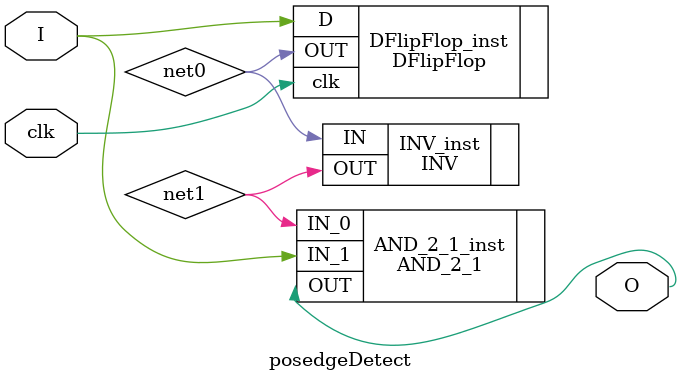
<source format=v>
module posedgeDetect(
input wire clk, //Ê±ÖÓ
input wire I, //1bitÓÐÐ§Î»
output wire O //Êä³öµÄxµÄ¾ø¶ÔÖµ
);

wire net0, net1;

DFlipFlop #(
.DW     (   1   )
) DFlipFlop_inst(
.clk    (   clk     ),
.D      (   I       ),
.OUT    (   net0    )
);

INV INV_inst(  
.IN(net0),
.OUT(net1)
);

AND_2_1 AND_2_1_inst(
.IN_1(I),
.IN_0(net1),
.OUT(O)
);

endmodule
</source>
